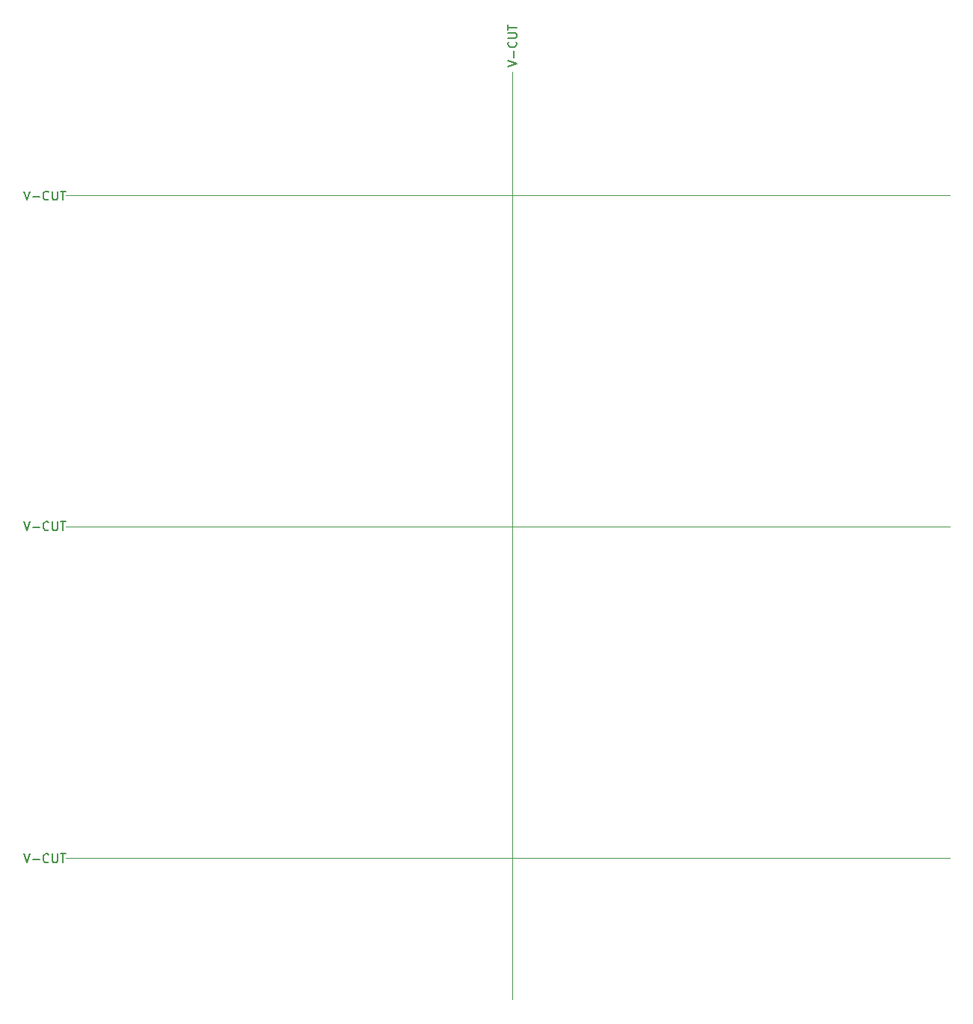
<source format=gbr>
G04 #@! TF.GenerationSoftware,KiCad,Pcbnew,(5.1.2)-1*
G04 #@! TF.CreationDate,2020-06-21T17:40:52+09:00*
G04 #@! TF.ProjectId,universal_power_board,756e6976-6572-4736-916c-5f706f776572,rev?*
G04 #@! TF.SameCoordinates,Original*
G04 #@! TF.FileFunction,Legend,Bot*
G04 #@! TF.FilePolarity,Positive*
%FSLAX46Y46*%
G04 Gerber Fmt 4.6, Leading zero omitted, Abs format (unit mm)*
G04 Created by KiCad (PCBNEW (5.1.2)-1) date 2020-06-21 17:40:52*
%MOMM*%
%LPD*%
G04 APERTURE LIST*
%ADD10C,0.150000*%
%ADD11C,0.050000*%
G04 APERTURE END LIST*
D10*
X150016380Y-59420142D02*
X151016380Y-59086809D01*
X150016380Y-58753476D01*
X150635428Y-58420142D02*
X150635428Y-57658238D01*
X150921142Y-56610619D02*
X150968761Y-56658238D01*
X151016380Y-56801095D01*
X151016380Y-56896333D01*
X150968761Y-57039190D01*
X150873523Y-57134428D01*
X150778285Y-57182047D01*
X150587809Y-57229666D01*
X150444952Y-57229666D01*
X150254476Y-57182047D01*
X150159238Y-57134428D01*
X150064000Y-57039190D01*
X150016380Y-56896333D01*
X150016380Y-56801095D01*
X150064000Y-56658238D01*
X150111619Y-56610619D01*
X150016380Y-56182047D02*
X150825904Y-56182047D01*
X150921142Y-56134428D01*
X150968761Y-56086809D01*
X151016380Y-55991571D01*
X151016380Y-55801095D01*
X150968761Y-55705857D01*
X150921142Y-55658238D01*
X150825904Y-55610619D01*
X150016380Y-55610619D01*
X150016380Y-55277285D02*
X150016380Y-54705857D01*
X151016380Y-54991571D02*
X150016380Y-54991571D01*
X95206857Y-148515380D02*
X95540190Y-149515380D01*
X95873523Y-148515380D01*
X96206857Y-149134428D02*
X96968761Y-149134428D01*
X98016380Y-149420142D02*
X97968761Y-149467761D01*
X97825904Y-149515380D01*
X97730666Y-149515380D01*
X97587809Y-149467761D01*
X97492571Y-149372523D01*
X97444952Y-149277285D01*
X97397333Y-149086809D01*
X97397333Y-148943952D01*
X97444952Y-148753476D01*
X97492571Y-148658238D01*
X97587809Y-148563000D01*
X97730666Y-148515380D01*
X97825904Y-148515380D01*
X97968761Y-148563000D01*
X98016380Y-148610619D01*
X98444952Y-148515380D02*
X98444952Y-149324904D01*
X98492571Y-149420142D01*
X98540190Y-149467761D01*
X98635428Y-149515380D01*
X98825904Y-149515380D01*
X98921142Y-149467761D01*
X98968761Y-149420142D01*
X99016380Y-149324904D01*
X99016380Y-148515380D01*
X99349714Y-148515380D02*
X99921142Y-148515380D01*
X99635428Y-149515380D02*
X99635428Y-148515380D01*
X95206857Y-110915380D02*
X95540190Y-111915380D01*
X95873523Y-110915380D01*
X96206857Y-111534428D02*
X96968761Y-111534428D01*
X98016380Y-111820142D02*
X97968761Y-111867761D01*
X97825904Y-111915380D01*
X97730666Y-111915380D01*
X97587809Y-111867761D01*
X97492571Y-111772523D01*
X97444952Y-111677285D01*
X97397333Y-111486809D01*
X97397333Y-111343952D01*
X97444952Y-111153476D01*
X97492571Y-111058238D01*
X97587809Y-110963000D01*
X97730666Y-110915380D01*
X97825904Y-110915380D01*
X97968761Y-110963000D01*
X98016380Y-111010619D01*
X98444952Y-110915380D02*
X98444952Y-111724904D01*
X98492571Y-111820142D01*
X98540190Y-111867761D01*
X98635428Y-111915380D01*
X98825904Y-111915380D01*
X98921142Y-111867761D01*
X98968761Y-111820142D01*
X99016380Y-111724904D01*
X99016380Y-110915380D01*
X99349714Y-110915380D02*
X99921142Y-110915380D01*
X99635428Y-111915380D02*
X99635428Y-110915380D01*
X95206857Y-73515380D02*
X95540190Y-74515380D01*
X95873523Y-73515380D01*
X96206857Y-74134428D02*
X96968761Y-74134428D01*
X98016380Y-74420142D02*
X97968761Y-74467761D01*
X97825904Y-74515380D01*
X97730666Y-74515380D01*
X97587809Y-74467761D01*
X97492571Y-74372523D01*
X97444952Y-74277285D01*
X97397333Y-74086809D01*
X97397333Y-73943952D01*
X97444952Y-73753476D01*
X97492571Y-73658238D01*
X97587809Y-73563000D01*
X97730666Y-73515380D01*
X97825904Y-73515380D01*
X97968761Y-73563000D01*
X98016380Y-73610619D01*
X98444952Y-73515380D02*
X98444952Y-74324904D01*
X98492571Y-74420142D01*
X98540190Y-74467761D01*
X98635428Y-74515380D01*
X98825904Y-74515380D01*
X98921142Y-74467761D01*
X98968761Y-74420142D01*
X99016380Y-74324904D01*
X99016380Y-73515380D01*
X99349714Y-73515380D02*
X99921142Y-73515380D01*
X99635428Y-74515380D02*
X99635428Y-73515380D01*
D11*
X150500000Y-165000000D02*
X150500000Y-60000000D01*
X100000000Y-149000000D02*
X200000000Y-149000000D01*
X100000000Y-111500000D02*
X200000000Y-111500000D01*
X100000000Y-74000000D02*
X200000000Y-74000000D01*
M02*

</source>
